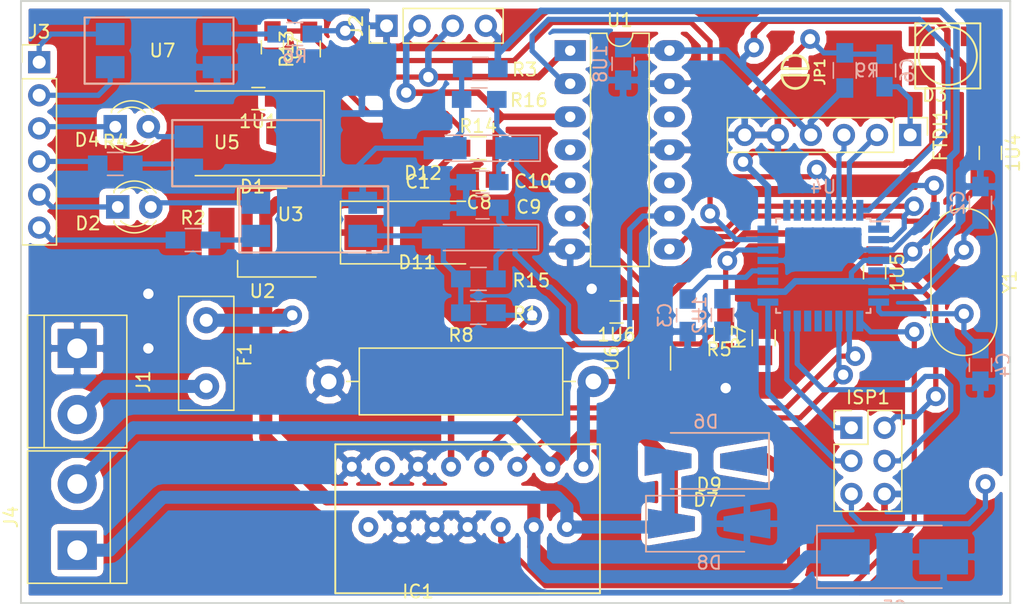
<source format=kicad_pcb>
(kicad_pcb (version 20170919) (host pcbnew "(2017-09-19 revision dddaa7e69)-makepkg")
  (title_block (title "Disper controller card") (date 2017-11-12) (rev A) (company Harpo))
  (layers (0 F.Cu signal) (31 B.Cu signal hide) (34 B.Paste user hide) (35 F.Paste user) (36 B.SilkS user hide) (37 F.SilkS user) (38 B.Mask user hide) (39 F.Mask user) (44 Edge.Cuts user))
  (net 0 "")
  (net 1 GND)
  (net 2 +24V)
  (net 3 VCC)
  (net 4 "Net-(C2-Pad2)")
  (net 5 "Net-(C3-Pad1)")
  (net 6 "Net-(C4-Pad2)")
  (net 7 reset_in)
  (net 8 RST)
  (net 9 "Net-(C7-Pad1)")
  (net 10 "Net-(C8-Pad1)")
  (net 11 "Net-(C9-Pad1)")
  (net 12 "Net-(C10-Pad1)")
  (net 13 "Net-(D2-Pad2)")
  (net 14 "Net-(D2-Pad1)")
  (net 15 "Net-(D4-Pad1)")
  (net 16 "Net-(D4-Pad2)")
  (net 17 "Net-(D6-Pad2)")
  (net 18 "Net-(D7-Pad2)")
  (net 19 "Net-(D11-Pad2)")
  (net 20 "Net-(D12-Pad2)")
  (net 21 "Net-(F1-Pad2)")
  (net 22 RXI)
  (net 23 TX0)
  (net 24 MOSI)
  (net 25 SCK)
  (net 26 MISO)
  (net 27 "Net-(J3-Pad6)")
  (net 28 "Net-(J3-Pad4)")
  (net 29 "Net-(J3-Pad2)")
  (net 30 "Net-(J3-Pad1)")
  (net 31 scl)
  (net 32 sda)
  (net 33 "Net-(R2-Pad1)")
  (net 34 "Net-(R4-Pad1)")
  (net 35 "Net-(R5-Pad2)")
  (net 36 "Net-(R5-Pad1)")
  (net 37 OUT)
  (net 38 "Net-(R6-Pad1)")
  (net 39 current)
  (net 40 Step)
  (net 41 "Net-(U1-Pad12)")
  (net 42 "Net-(U1-Pad4)")
  (net 43 "Net-(U1-Pad10)")
  (net 44 encA)
  (net 45 CMD)
  (net 46 "Net-(U2-Pad4)")
  (net 47 "Net-(U4-Pad26)")
  (net 48 "Net-(U4-Pad25)")
  (net 49 "Net-(U4-Pad19)")
  (net 50 in2)
  (net 51 in1)
  (net 52 en)
  (net 53 "Net-(IC1-Pad13)")
  (net 54 "Net-(IC1-Pad14)")
  (net 55 "Net-(D3-Pad4)")
  (net 56 LED)
  (net 57 "Net-(U4-Pad14)")
  (net 58 "Net-(U4-Pad12)")
  (net 59 "Net-(U4-Pad13)")
  (net 60 "Net-(D3-Pad1)")
  (net 61 "Net-(D3-Pad2)")
  (net 62 "Net-(D3-Pad3)")
  (module Fuse_Holders_and_Fuses:Fuse_TE5_Littlefuse-395Series (layer F.Cu) (at 155.194 121.031 270)
    (fp_text reference F1 (at 2.65 -2.95 270) (layer F.SilkS))
    (fp_text value 500mA)
    (pad 2 thru_hole circle (at 5.08 0.01 270) (size 2 2) (drill 1) (layers *.Cu *.Mask) (net 21 "Net-(F1-Pad2)"))
    (pad 1 thru_hole circle (at 0 0 270) (size 2 2) (drill 1) (layers *.Cu *.Mask) (net 2 +24V))
  )
  (module Capacitors_Tantalum_SMD:CP_Tantalum_Case-D_EIA-7343-31_Hand (layer B.Cu) (at 208.026 139.192)
    (fp_text reference C5 (at 0 3.9) (layer B.SilkS) (effects (justify mirror)))
    (fp_text value 22uf)
    (pad 2 smd rect (at 3.775 0) (size 3.75 2.7) (layers B.Cu B.Paste B.Mask) (net 1 GND))
    (pad 1 smd rect (at -3.775 0) (size 3.75 2.7) (layers B.Cu B.Paste B.Mask) (net 2 +24V))
  )
  (module Housings_DIP:DIP-14_W7.62mm_LongPads (layer F.Cu) (at 183.134 100.33)
    (fp_text reference U1 (at 3.81 -2.33) (layer F.SilkS))
    (fp_text value 74HC14)
    (pad 14 thru_hole oval (at 7.62 0) (size 2.4 1.6) (drill 0.8) (layers *.Cu *.Mask) (net 3 VCC))
    (pad 7 thru_hole oval (at 0 15.24) (size 2.4 1.6) (drill 0.8) (layers *.Cu *.Mask) (net 1 GND))
    (pad 13 thru_hole oval (at 7.62 2.54) (size 2.4 1.6) (drill 0.8) (layers *.Cu *.Mask) (net 1 GND))
    (pad 6 thru_hole oval (at 0 12.7) (size 2.4 1.6) (drill 0.8) (layers *.Cu *.Mask) (net 40 Step))
    (pad 12 thru_hole oval (at 7.62 5.08) (size 2.4 1.6) (drill 0.8) (layers *.Cu *.Mask) (net 41 "Net-(U1-Pad12)"))
    (pad 5 thru_hole oval (at 0 10.16) (size 2.4 1.6) (drill 0.8) (layers *.Cu *.Mask) (net 12 "Net-(C10-Pad1)"))
    (pad 11 thru_hole oval (at 7.62 7.62) (size 2.4 1.6) (drill 0.8) (layers *.Cu *.Mask) (net 1 GND))
    (pad 4 thru_hole oval (at 0 7.62) (size 2.4 1.6) (drill 0.8) (layers *.Cu *.Mask) (net 42 "Net-(U1-Pad4)"))
    (pad 10 thru_hole oval (at 7.62 10.16) (size 2.4 1.6) (drill 0.8) (layers *.Cu *.Mask) (net 43 "Net-(U1-Pad10)"))
    (pad 3 thru_hole oval (at 0 5.08) (size 2.4 1.6) (drill 0.8) (layers *.Cu *.Mask) (net 10 "Net-(C8-Pad1)"))
    (pad 9 thru_hole oval (at 7.62 12.7) (size 2.4 1.6) (drill 0.8) (layers *.Cu *.Mask) (net 11 "Net-(C9-Pad1)"))
    (pad 2 thru_hole oval (at 0 2.54) (size 2.4 1.6) (drill 0.8) (layers *.Cu *.Mask) (net 44 encA))
    (pad 8 thru_hole oval (at 7.62 15.24) (size 2.4 1.6) (drill 0.8) (layers *.Cu *.Mask) (net 45 CMD))
    (pad 1 thru_hole rect (at 0 0) (size 2.4 1.6) (drill 0.8) (layers *.Cu *.Mask) (net 9 "Net-(C7-Pad1)"))
  )
  (module Crystals:Crystal_HC18-U_Vertical (layer F.Cu) (at 213.36 115.6335 270)
    (fp_text reference Y1 (at 2.45 -3.525 270) (layer F.SilkS))
    (fp_text value 8MHZ)
    (pad 2 thru_hole circle (at 4.9 0 270) (size 1.5 1.5) (drill 0.8) (layers *.Cu *.Mask) (net 6 "Net-(C4-Pad2)"))
    (pad 1 thru_hole circle (at 0 0 270) (size 1.5 1.5) (drill 0.8) (layers *.Cu *.Mask) (net 4 "Net-(C2-Pad2)"))
  )
  (module Libs:WS2812B (layer F.Cu) (at 212.122 100.735 180)
    (fp_text reference D3 (at 1 -3 180) (layer F.SilkS))
    (fp_text value WS2812B)
    (pad 1 smd trapezoid (at 2 1.5 180) (size 2 1.5) (layers F.Cu F.Paste F.Mask) (net 60 "Net-(D3-Pad1)"))
    (pad 2 smd trapezoid (at 2 -1.5 180) (size 2 1.5) (layers F.Cu F.Paste F.Mask) (net 61 "Net-(D3-Pad2)"))
    (pad 3 smd trapezoid (at -2 -1.5 180) (size 2 1.5) (layers F.Cu F.Paste F.Mask) (net 62 "Net-(D3-Pad3)"))
    (pad 4 smd trapezoid (at -2 1.5 180) (size 2 1.5) (layers F.Cu F.Paste F.Mask) (net 55 "Net-(D3-Pad4)"))
  )
  (module Capacitors_SMD:C_0805_HandSoldering (layer B.Cu) (at 187.198 101.346 270)
    (fp_text reference 1U8 (at 0 1.75 270) (layer B.SilkS) (effects (justify mirror)))
    (fp_text value 0,1U)
    (pad 2 smd rect (at 1.25 0 270) (size 1.5 1.25) (layers B.Cu B.Paste B.Mask) (net 1 GND))
    (pad 1 smd rect (at -1.25 0 270) (size 1.5 1.25) (layers B.Cu B.Paste B.Mask) (net 3 VCC))
  )
  (module jumper:SOLDER-JUMPER_1-WAY (layer F.Cu) (at 200.406 101.966 90)
    (fp_text reference JP1 (at 0 1.905 90) (layer F.SilkS) (effects (font (size 0.762 0.762) (thickness 0.1524))))
    (fp_text value Jumper hide)
    (pad 1 smd rect (at -0.65 0 90) (size 1 1) (layers F.Cu F.Paste F.Mask) (net 1 GND))
    (pad 2 smd rect (at 0.65 0 90) (size 1 1) (layers F.Cu F.Paste F.Mask) (net 7 reset_in))
  )
  (module Libs:817opto (layer B.Cu) (at 153.852 109.474)
    (fp_text reference U5 (at 2.921 -2.0955) (layer F.SilkS))
    (fp_text value PC817)
    (pad 1 smd rect (at 0 0) (size 2.2 1.7) (layers B.Cu B.Paste B.Mask) (net 34 "Net-(R4-Pad1)"))
    (pad 2 smd rect (at 0 -2.54) (size 2.2 1.7) (layers B.Cu B.Paste B.Mask) (net 16 "Net-(D4-Pad2)"))
    (pad 3 smd rect (at 8.2 -2.54) (size 2.2 1.7) (layers B.Cu B.Paste B.Mask) (net 1 GND))
    (pad 4 smd rect (at 8.2 0) (size 2.2 1.7) (layers B.Cu B.Paste B.Mask) (net 20 "Net-(D12-Pad2)"))
  )
  (module Libs:817opto (layer B.Cu) (at 159.004 114.554)
    (fp_text reference U3 (at 2.667 -1.651) (layer F.SilkS))
    (fp_text value PC817)
    (pad 4 smd rect (at 8.2 0) (size 2.2 1.7) (layers B.Cu B.Paste B.Mask) (net 19 "Net-(D11-Pad2)"))
    (pad 3 smd rect (at 8.2 -2.54) (size 2.2 1.7) (layers B.Cu B.Paste B.Mask) (net 1 GND))
    (pad 2 smd rect (at 0 -2.54) (size 2.2 1.7) (layers B.Cu B.Paste B.Mask) (net 13 "Net-(D2-Pad2)"))
    (pad 1 smd rect (at 0 0) (size 2.2 1.7) (layers B.Cu B.Paste B.Mask) (net 33 "Net-(R2-Pad1)"))
  )
  (module Libs:817opto (layer B.Cu) (at 156.0195 99.06 180)
    (fp_text reference U7 (at 4.191 -1.27 180) (layer F.SilkS))
    (fp_text value PC817)
    (pad 1 smd rect (at 0 0 180) (size 2.2 1.7) (layers B.Cu B.Paste B.Mask) (net 38 "Net-(R6-Pad1)"))
    (pad 2 smd rect (at 0 -2.54 180) (size 2.2 1.7) (layers B.Cu B.Paste B.Mask) (net 1 GND))
    (pad 3 smd rect (at 8.2 -2.54 180) (size 2.2 1.7) (layers B.Cu B.Paste B.Mask) (net 29 "Net-(J3-Pad2)"))
    (pad 4 smd rect (at 8.2 0 180) (size 2.2 1.7) (layers B.Cu B.Paste B.Mask) (net 30 "Net-(J3-Pad1)"))
  )
  (module Resistors_SMD:R_0805_HandSoldering (layer B.Cu) (at 204.216 101.854 90)
    (fp_text reference R9 (at 0 1.7 180) (layer B.SilkS) (effects (justify mirror)))
    (fp_text value 10K)
    (pad 2 smd rect (at 1.35 0 90) (size 1.5 1.3) (layers B.Cu B.Paste B.Mask) (net 7 reset_in))
    (pad 1 smd rect (at -1.35 0 90) (size 1.5 1.3) (layers B.Cu B.Paste B.Mask) (net 3 VCC))
  )
  (module Capacitors_SMD:C_0805_HandSoldering (layer F.Cu) (at 159.1945 104.013 180)
    (fp_text reference 1U1 (at 0 -1.75 180) (layer F.SilkS))
    (fp_text value 1U)
    (pad 1 smd rect (at -1.25 0 180) (size 1.5 1.25) (layers F.Cu F.Paste F.Mask) (net 2 +24V))
    (pad 2 smd rect (at 1.25 0 180) (size 1.5 1.25) (layers F.Cu F.Paste F.Mask) (net 1 GND))
  )
  (module Capacitors_SMD:C_0805_HandSoldering (layer B.Cu) (at 194.818 120.63 270)
    (fp_text reference 1U2 (at 0 1.75 270) (layer B.SilkS) (effects (justify mirror)))
    (fp_text value 0,1U)
    (pad 2 smd rect (at 1.25 0 270) (size 1.5 1.25) (layers B.Cu B.Paste B.Mask) (net 1 GND))
    (pad 1 smd rect (at -1.25 0 270) (size 1.5 1.25) (layers B.Cu B.Paste B.Mask) (net 3 VCC))
  )
  (module Capacitors_SMD:C_0805_HandSoldering (layer F.Cu) (at 215.392 108.184 270)
    (fp_text reference 1U4 (at 0 -1.75 270) (layer F.SilkS))
    (fp_text value 0,1U)
    (pad 1 smd rect (at -1.25 0 270) (size 1.5 1.25) (layers F.Cu F.Paste F.Mask) (net 3 VCC))
    (pad 2 smd rect (at 1.25 0 270) (size 1.5 1.25) (layers F.Cu F.Paste F.Mask) (net 1 GND))
  )
  (module Capacitors_SMD:C_0805_HandSoldering (layer F.Cu) (at 206.502 117.348 270)
    (fp_text reference 1U5 (at 0 -1.75 270) (layer F.SilkS))
    (fp_text value 0,1U)
    (pad 2 smd rect (at 1.25 0 270) (size 1.5 1.25) (layers F.Cu F.Paste F.Mask) (net 1 GND))
    (pad 1 smd rect (at -1.25 0 270) (size 1.5 1.25) (layers F.Cu F.Paste F.Mask) (net 3 VCC))
  )
  (module Capacitors_SMD:C_0805_HandSoldering (layer F.Cu) (at 186.69 120.396 180)
    (fp_text reference 1U6 (at 0 -1.75 180) (layer F.SilkS))
    (fp_text value 0,1U)
    (pad 2 smd rect (at 1.25 0 180) (size 1.5 1.25) (layers F.Cu F.Paste F.Mask) (net 1 GND))
    (pad 1 smd rect (at -1.25 0 180) (size 1.5 1.25) (layers F.Cu F.Paste F.Mask) (net 3 VCC))
  )
  (module Capacitors_Tantalum_SMD:CP_Tantalum_Case-D_EIA-7343-31_Hand (layer F.Cu) (at 171.45 114.3)
    (fp_text reference C1 (at 0 -3.9) (layer F.SilkS))
    (fp_text value 22uf)
    (pad 1 smd rect (at -3.775 0) (size 3.75 2.7) (layers F.Cu F.Paste F.Mask) (net 3 VCC))
    (pad 2 smd rect (at 3.775 0) (size 3.75 2.7) (layers F.Cu F.Paste F.Mask) (net 1 GND))
  )
  (module Capacitors_SMD:C_0805_HandSoldering (layer B.Cu) (at 214.63 112.014 270)
    (fp_text reference C2 (at 0 1.75 270) (layer B.SilkS) (effects (justify mirror)))
    (fp_text value 22pf)
    (pad 1 smd rect (at -1.25 0 270) (size 1.5 1.25) (layers B.Cu B.Paste B.Mask) (net 1 GND))
    (pad 2 smd rect (at 1.25 0 270) (size 1.5 1.25) (layers B.Cu B.Paste B.Mask) (net 4 "Net-(C2-Pad2)"))
  )
  (module Capacitors_SMD:C_0805_HandSoldering (layer B.Cu) (at 192.151 120.65 270)
    (fp_text reference C3 (at 0 1.75 270) (layer B.SilkS) (effects (justify mirror)))
    (fp_text value 0,1U)
    (pad 2 smd rect (at 1.25 0 270) (size 1.5 1.25) (layers B.Cu B.Paste B.Mask) (net 1 GND))
    (pad 1 smd rect (at -1.25 0 270) (size 1.5 1.25) (layers B.Cu B.Paste B.Mask) (net 5 "Net-(C3-Pad1)"))
  )
  (module Capacitors_SMD:C_0805_HandSoldering (layer B.Cu) (at 214.63 124.46 90)
    (fp_text reference C4 (at 0 1.75 90) (layer B.SilkS) (effects (justify mirror)))
    (fp_text value 22pf)
    (pad 2 smd rect (at 1.25 0 90) (size 1.5 1.25) (layers B.Cu B.Paste B.Mask) (net 6 "Net-(C4-Pad2)"))
    (pad 1 smd rect (at -1.25 0 90) (size 1.5 1.25) (layers B.Cu B.Paste B.Mask) (net 1 GND))
  )
  (module Capacitors_SMD:C_0805_HandSoldering (layer B.Cu) (at 207.264 101.854 90)
    (fp_text reference C6 (at 0 1.75 90) (layer B.SilkS) (effects (justify mirror)))
    (fp_text value 0,1u)
    (pad 1 smd rect (at -1.25 0 90) (size 1.5 1.25) (layers B.Cu B.Paste B.Mask) (net 8 RST))
    (pad 2 smd rect (at 1.25 0 90) (size 1.5 1.25) (layers B.Cu B.Paste B.Mask) (net 7 reset_in))
  )
  (module Capacitors_SMD:C_0805_HandSoldering (layer F.Cu) (at 160.274 100.076 270)
    (fp_text reference C7 (at 0 -1.75 270) (layer F.SilkS))
    (fp_text value 47nF)
    (pad 1 smd rect (at -1.25 0 270) (size 1.5 1.25) (layers F.Cu F.Paste F.Mask) (net 9 "Net-(C7-Pad1)"))
    (pad 2 smd rect (at 1.25 0 270) (size 1.5 1.25) (layers F.Cu F.Paste F.Mask) (net 1 GND))
  )
  (module Capacitors_SMD:C_0805_HandSoldering (layer F.Cu) (at 176.149 110.236 180)
    (fp_text reference C8 (at 0 -1.75 180) (layer F.SilkS))
    (fp_text value 47nF)
    (pad 1 smd rect (at -1.25 0 180) (size 1.5 1.25) (layers F.Cu F.Paste F.Mask) (net 10 "Net-(C8-Pad1)"))
    (pad 2 smd rect (at 1.25 0 180) (size 1.5 1.25) (layers F.Cu F.Paste F.Mask) (net 1 GND))
  )
  (module Capacitors_SMD:C_0805_HandSoldering (layer B.Cu) (at 176.403 112.395 180)
    (fp_text reference C9 (at -3.556 0.0635 180) (layer F.SilkS))
    (fp_text value 0.1uF)
    (pad 2 smd rect (at 1.25 0 180) (size 1.5 1.25) (layers B.Cu B.Paste B.Mask) (net 1 GND))
    (pad 1 smd rect (at -1.25 0 180) (size 1.5 1.25) (layers B.Cu B.Paste B.Mask) (net 11 "Net-(C9-Pad1)"))
  )
  (module Capacitors_SMD:C_0805_HandSoldering (layer B.Cu) (at 176.403 110.4265 180)
    (fp_text reference C10 (at -3.8735 0.0635 180) (layer F.SilkS))
    (fp_text value 0.1uF)
    (pad 1 smd rect (at -1.25 0 180) (size 1.5 1.25) (layers B.Cu B.Paste B.Mask) (net 12 "Net-(C10-Pad1)"))
    (pad 2 smd rect (at 1.25 0 180) (size 1.5 1.25) (layers B.Cu B.Paste B.Mask) (net 1 GND))
  )
  (module Diodes_SMD:D_SMB-SMC_Universal_Handsoldering (layer F.Cu) (at 158.75 106.68 180)
    (fp_text reference D1 (at 0 -4.1 180) (layer F.SilkS))
    (fp_text value D)
    (pad 2 smd trapezoid (at 3.2 0) (size 4.3 2.6) (rect_delta 1 0) (layers F.Cu F.Paste F.Mask) (net 1 GND))
    (pad 1 smd trapezoid (at -3.2 0 180) (size 4.3 2.6) (rect_delta 1 0) (layers F.Cu F.Paste F.Mask) (net 2 +24V))
  )
  (module LEDs:LED_D3.0mm (layer F.Cu) (at 148.3995 112.3315)
    (fp_text reference D2 (at -2.286 1.27) (layer F.SilkS))
    (fp_text value LED)
    (pad 1 thru_hole rect (at 0 0) (size 1.8 1.8) (drill 0.9) (layers *.Cu *.Mask) (net 14 "Net-(D2-Pad1)"))
    (pad 2 thru_hole circle (at 2.54 0) (size 1.8 1.8) (drill 0.9) (layers *.Cu *.Mask) (net 13 "Net-(D2-Pad2)"))
  )
  (module LEDs:LED_D3.0mm (layer F.Cu) (at 148.209 106.172)
    (fp_text reference D4 (at -2.159 1.016) (layer F.SilkS))
    (fp_text value LED)
    (pad 2 thru_hole circle (at 2.54 0) (size 1.8 1.8) (drill 0.9) (layers *.Cu *.Mask) (net 16 "Net-(D4-Pad2)"))
    (pad 1 thru_hole rect (at 0 0) (size 1.8 1.8) (drill 0.9) (layers *.Cu *.Mask) (net 15 "Net-(D4-Pad1)"))
  )
  (module Diodes_SMD:D_SMA-SMB_Universal_Handsoldering (layer B.Cu) (at 193.548 131.826 180)
    (fp_text reference D6 (at 0 3 180) (layer B.SilkS) (effects (justify mirror)))
    (fp_text value D)
    (pad 2 smd trapezoid (at 2.9 0) (size 3.6 1.7) (rect_delta 0.6 0) (layers B.Cu B.Paste B.Mask) (net 17 "Net-(D6-Pad2)"))
    (pad 1 smd trapezoid (at -2.9 0 180) (size 3.6 1.7) (rect_delta 0.6 0) (layers B.Cu B.Paste B.Mask) (net 2 +24V))
  )
  (module Diodes_SMD:D_SMA-SMB_Universal_Handsoldering (layer F.Cu) (at 193.548 131.826 180)
    (fp_text reference D7 (at 0 -3 180) (layer F.SilkS))
    (fp_text value D)
    (pad 2 smd trapezoid (at 2.9 0) (size 3.6 1.7) (rect_delta 0.6 0) (layers F.Cu F.Paste F.Mask) (net 18 "Net-(D7-Pad2)"))
    (pad 1 smd trapezoid (at -2.9 0 180) (size 3.6 1.7) (rect_delta 0.6 0) (layers F.Cu F.Paste F.Mask) (net 2 +24V))
  )
  (module Diodes_SMD:D_SMA-SMB_Universal_Handsoldering (layer B.Cu) (at 193.802 136.652)
    (fp_text reference D8 (at 0 3) (layer B.SilkS) (effects (justify mirror)))
    (fp_text value D)
    (pad 1 smd trapezoid (at -2.9 0) (size 3.6 1.7) (rect_delta 0.6 0) (layers B.Cu B.Paste B.Mask) (net 17 "Net-(D6-Pad2)"))
    (pad 2 smd trapezoid (at 2.9 0 180) (size 3.6 1.7) (rect_delta 0.6 0) (layers B.Cu B.Paste B.Mask) (net 1 GND))
  )
  (module Diodes_SMD:D_SMA-SMB_Universal_Handsoldering (layer F.Cu) (at 193.802 136.652)
    (fp_text reference D9 (at 0 -3) (layer F.SilkS))
    (fp_text value D)
    (pad 1 smd trapezoid (at -2.9 0) (size 3.6 1.7) (rect_delta 0.6 0) (layers F.Cu F.Paste F.Mask) (net 18 "Net-(D7-Pad2)"))
    (pad 2 smd trapezoid (at 2.9 0 180) (size 3.6 1.7) (rect_delta 0.6 0) (layers F.Cu F.Paste F.Mask) (net 1 GND))
  )
  (module Diodes_SMD:D_MiniMELF_Handsoldering (layer B.Cu) (at 176.149 114.681 180)
    (fp_text reference D11 (at 4.7625 -1.905) (layer F.SilkS))
    (fp_text value 1m4148)
    (pad 2 smd rect (at 2.75 0 180) (size 3.3 1.7) (layers B.Cu B.Paste B.Mask) (net 19 "Net-(D11-Pad2)"))
    (pad 1 smd rect (at -2.75 0 180) (size 3.3 1.7) (layers B.Cu B.Paste B.Mask) (net 11 "Net-(C9-Pad1)"))
  )
  (module Diodes_SMD:D_MiniMELF_Handsoldering (layer B.Cu) (at 176.276 107.823 180)
    (fp_text reference D12 (at 4.445 -1.905 180) (layer F.SilkS))
    (fp_text value 1n4148)
    (pad 1 smd rect (at -2.75 0 180) (size 3.3 1.7) (layers B.Cu B.Paste B.Mask) (net 12 "Net-(C10-Pad1)"))
    (pad 2 smd rect (at 2.75 0 180) (size 3.3 1.7) (layers B.Cu B.Paste B.Mask) (net 20 "Net-(D12-Pad2)"))
  )
  (module Pin_Headers:Pin_Header_Straight_1x06_Pitch2.54mm (layer F.Cu) (at 209.2325 106.807 270)
    (fp_text reference FTDI1 (at 0 -2.33 270) (layer F.SilkS))
    (fp_text value FTDI)
    (pad 6 thru_hole oval (at 0 12.7 270) (size 1.7 1.7) (drill 1) (layers *.Cu *.Mask) (net 1 GND))
    (pad 5 thru_hole oval (at 0 10.16 270) (size 1.7 1.7) (drill 1) (layers *.Cu *.Mask) (net 1 GND))
    (pad 4 thru_hole oval (at 0 7.62 270) (size 1.7 1.7) (drill 1) (layers *.Cu *.Mask) (net 3 VCC))
    (pad 3 thru_hole oval (at 0 5.08 270) (size 1.7 1.7) (drill 1) (layers *.Cu *.Mask) (net 22 RXI))
    (pad 2 thru_hole oval (at 0 2.54 270) (size 1.7 1.7) (drill 1) (layers *.Cu *.Mask) (net 23 TX0))
    (pad 1 thru_hole rect (at 0 0 270) (size 1.7 1.7) (drill 1) (layers *.Cu *.Mask) (net 8 RST))
  )
  (module Libs:Multiwatt15_V (layer F.Cu) (at 172.72 136.906 180)
    (fp_text reference IC1 (at 1.27 -4.953 180) (layer F.SilkS))
    (fp_text value L298N)
    (pad 1 thru_hole circle (at -11.43 4.63 180) (size 1.524 1.524) (drill 0.762) (layers *.Cu *.Mask) (net 39 current))
    (pad 2 thru_hole circle (at -10.16 0 180) (size 1.524 1.524) (drill 0.762) (layers *.Cu *.Mask) (net 17 "Net-(D6-Pad2)"))
    (pad 3 thru_hole circle (at -8.89 4.63 180) (size 1.524 1.524) (drill 0.762) (layers *.Cu *.Mask) (net 18 "Net-(D7-Pad2)"))
    (pad 4 thru_hole circle (at -7.62 0 180) (size 1.524 1.524) (drill 0.762) (layers *.Cu *.Mask) (net 2 +24V))
    (pad 5 thru_hole circle (at -6.35 4.63 180) (size 1.524 1.524) (drill 0.762) (layers *.Cu *.Mask) (net 51 in1))
    (pad 6 thru_hole circle (at -5.08 0 180) (size 1.524 1.524) (drill 0.762) (layers *.Cu *.Mask) (net 52 en))
    (pad 7 thru_hole circle (at -3.81 4.63 180) (size 1.524 1.524) (drill 0.762) (layers *.Cu *.Mask) (net 50 in2))
    (pad 8 thru_hole circle (at -2.54 0 180) (size 1.524 1.524) (drill 0.762) (layers *.Cu *.Mask) (net 1 GND))
    (pad 9 thru_hole circle (at -1.27 4.63 180) (size 1.524 1.524) (drill 0.762) (layers *.Cu *.Mask) (net 3 VCC))
    (pad 10 thru_hole circle (at 0 0 180) (size 1.524 1.524) (drill 0.762) (layers *.Cu *.Mask) (net 1 GND))
    (pad 11 thru_hole circle (at 1.27 4.63 180) (size 1.524 1.524) (drill 0.762) (layers *.Cu *.Mask) (net 1 GND))
    (pad 12 thru_hole circle (at 2.54 0 180) (size 1.524 1.524) (drill 0.762) (layers *.Cu *.Mask) (net 1 GND))
    (pad 13 thru_hole circle (at 3.81 4.63 180) (size 1.524 1.524) (drill 0.762) (layers *.Cu *.Mask) (net 53 "Net-(IC1-Pad13)"))
    (pad 14 thru_hole circle (at 5.08 0 180) (size 1.524 1.524) (drill 0.762) (layers *.Cu *.Mask) (net 54 "Net-(IC1-Pad14)"))
    (pad 15 thru_hole circle (at 6.35 4.63 180) (size 1.524 1.524) (drill 0.762) (layers *.Cu *.Mask) (net 1 GND))
  )
  (module Pin_Headers:Pin_Header_Straight_2x03_Pitch2.54mm (layer F.Cu) (at 204.724 129.286)
    (fp_text reference ISP1 (at 1.27 -2.33) (layer F.SilkS))
    (fp_text value ISP-header)
    (pad 6 thru_hole oval (at 2.54 5.08) (size 1.7 1.7) (drill 1) (layers *.Cu *.Mask) (net 1 GND))
    (pad 5 thru_hole oval (at 0 5.08) (size 1.7 1.7) (drill 1) (layers *.Cu *.Mask) (net 7 reset_in))
    (pad 4 thru_hole oval (at 2.54 2.54) (size 1.7 1.7) (drill 1) (layers *.Cu *.Mask) (net 24 MOSI))
    (pad 3 thru_hole oval (at 0 2.54) (size 1.7 1.7) (drill 1) (layers *.Cu *.Mask) (net 25 SCK))
    (pad 2 thru_hole oval (at 2.54 0) (size 1.7 1.7) (drill 1) (layers *.Cu *.Mask) (net 3 VCC))
    (pad 1 thru_hole rect (at 0 0) (size 1.7 1.7) (drill 1) (layers *.Cu *.Mask) (net 26 MISO))
  )
  (module Connectors_Terminal_Blocks:TerminalBlock_bornier-2_P5.08mm (layer F.Cu) (at 145.288 123.19 270)
    (fp_text reference J1 (at 2.54 -5.08 270) (layer F.SilkS))
    (fp_text value Vin)
    (pad 1 thru_hole rect (at 0 0 270) (size 3 3) (drill 1.52) (layers *.Cu *.Mask) (net 1 GND))
    (pad 2 thru_hole circle (at 5.08 0 270) (size 3 3) (drill 1.52) (layers *.Cu *.Mask) (net 21 "Net-(F1-Pad2)"))
  )
  (module Socket_Strips:Socket_Strip_Straight_1x04_Pitch2.54mm (layer F.Cu) (at 169.037 98.425 90)
    (fp_text reference J2 (at 0 -2.33 90) (layer F.SilkS))
    (fp_text value encoder_in)
    (pad 4 thru_hole oval (at 0 7.62 90) (size 1.7 1.7) (drill 1) (layers *.Cu *.Mask) (net 3 VCC))
    (pad 3 thru_hole oval (at 0 5.08 90) (size 1.7 1.7) (drill 1) (layers *.Cu *.Mask) (net 9 "Net-(C7-Pad1)"))
    (pad 2 thru_hole oval (at 0 2.54 90) (size 1.7 1.7) (drill 1) (layers *.Cu *.Mask) (net 10 "Net-(C8-Pad1)"))
    (pad 1 thru_hole rect (at 0 0 90) (size 1.7 1.7) (drill 1) (layers *.Cu *.Mask) (net 1 GND))
  )
  (module Socket_Strips:Socket_Strip_Straight_1x06_Pitch2.54mm (layer F.Cu) (at 142.367 101.219)
    (fp_text reference J3 (at 0 -2.33) (layer F.SilkS))
    (fp_text value YuMi_interface)
    (pad 6 thru_hole oval (at 0 12.7) (size 1.7 1.7) (drill 1) (layers *.Cu *.Mask) (net 27 "Net-(J3-Pad6)"))
    (pad 5 thru_hole oval (at 0 10.16) (size 1.7 1.7) (drill 1) (layers *.Cu *.Mask) (net 14 "Net-(D2-Pad1)"))
    (pad 4 thru_hole oval (at 0 7.62) (size 1.7 1.7) (drill 1) (layers *.Cu *.Mask) (net 28 "Net-(J3-Pad4)"))
    (pad 3 thru_hole oval (at 0 5.08) (size 1.7 1.7) (drill 1) (layers *.Cu *.Mask) (net 15 "Net-(D4-Pad1)"))
    (pad 2 thru_hole oval (at 0 2.54) (size 1.7 1.7) (drill 1) (layers *.Cu *.Mask) (net 29 "Net-(J3-Pad2)"))
    (pad 1 thru_hole rect (at 0 0) (size 1.7 1.7) (drill 1) (layers *.Cu *.Mask) (net 30 "Net-(J3-Pad1)"))
  )
  (module Connectors_Terminal_Blocks:TerminalBlock_bornier-2_P5.08mm (layer F.Cu) (at 145.288 138.684 90)
    (fp_text reference J4 (at 2.54 -5.08 90) (layer F.SilkS))
    (fp_text value Motor)
    (pad 2 thru_hole circle (at 5.08 0 90) (size 3 3) (drill 1.52) (layers *.Cu *.Mask) (net 18 "Net-(D7-Pad2)"))
    (pad 1 thru_hole rect (at 0 0 90) (size 3 3) (drill 1.52) (layers *.Cu *.Mask) (net 17 "Net-(D6-Pad2)"))
  )
  (module Resistors_SMD:R_0805_HandSoldering (layer B.Cu) (at 176.0855 120.4595)
    (fp_text reference R1 (at 3.6195 0.0635) (layer F.SilkS))
    (fp_text value 10K)
    (pad 1 smd rect (at -1.35 0) (size 1.5 1.3) (layers B.Cu B.Paste B.Mask) (net 19 "Net-(D11-Pad2)"))
    (pad 2 smd rect (at 1.35 0) (size 1.5 1.3) (layers B.Cu B.Paste B.Mask) (net 3 VCC))
  )
  (module Resistors_SMD:R_0805_HandSoldering (layer B.Cu) (at 154.178 114.8715 180)
    (fp_text reference R2 (at 0 1.7 180) (layer F.SilkS))
    (fp_text value 1K)
    (pad 1 smd rect (at -1.35 0 180) (size 1.5 1.3) (layers B.Cu B.Paste B.Mask) (net 33 "Net-(R2-Pad1)"))
    (pad 2 smd rect (at 1.35 0 180) (size 1.5 1.3) (layers B.Cu B.Paste B.Mask) (net 27 "Net-(J3-Pad6)"))
  )
  (module Resistors_SMD:R_0805_HandSoldering (layer B.Cu) (at 176.229 101.727)
    (fp_text reference R3 (at 3.4125 0.0635) (layer F.SilkS))
    (fp_text value 10K)
    (pad 1 smd rect (at -1.35 0) (size 1.5 1.3) (layers B.Cu B.Paste B.Mask) (net 20 "Net-(D12-Pad2)"))
    (pad 2 smd rect (at 1.35 0) (size 1.5 1.3) (layers B.Cu B.Paste B.Mask) (net 3 VCC))
  )
  (module Resistors_SMD:R_0805_HandSoldering (layer B.Cu) (at 148.209 109.0295 180)
    (fp_text reference R4 (at 0 1.7 180) (layer F.SilkS))
    (fp_text value 1K)
    (pad 2 smd rect (at 1.35 0 180) (size 1.5 1.3) (layers B.Cu B.Paste B.Mask) (net 28 "Net-(J3-Pad4)"))
    (pad 1 smd rect (at -1.35 0 180) (size 1.5 1.3) (layers B.Cu B.Paste B.Mask) (net 34 "Net-(R4-Pad1)"))
  )
  (module Resistors_SMD:R_0805_HandSoldering (layer F.Cu) (at 195.072 122.174 270)
    (fp_text reference R5 (at 1.096 0.508) (layer F.SilkS))
    (fp_text value 330K)
    (pad 1 smd rect (at -1.35 0 270) (size 1.5 1.3) (layers F.Cu F.Paste F.Mask) (net 36 "Net-(R5-Pad1)"))
    (pad 2 smd rect (at 1.35 0 270) (size 1.5 1.3) (layers F.Cu F.Paste F.Mask) (net 35 "Net-(R5-Pad2)"))
  )
  (module Resistors_SMD:R_0805_HandSoldering (layer B.Cu) (at 161.9885 99.06)
    (fp_text reference R6 (at 0 1.7) (layer B.SilkS) (effects (justify mirror)))
    (fp_text value R)
    (pad 2 smd rect (at 1.35 0) (size 1.5 1.3) (layers B.Cu B.Paste B.Mask) (net 37 OUT))
    (pad 1 smd rect (at -1.35 0) (size 1.5 1.3) (layers B.Cu B.Paste B.Mask) (net 38 "Net-(R6-Pad1)"))
  )
  (module Resistors_SMD:R_0805_HandSoldering (layer F.Cu) (at 197.993 122.381 90)
    (fp_text reference R7 (at 0.0635 -1.905 90) (layer F.SilkS))
    (fp_text value 6k8)
    (pad 2 smd rect (at 1.35 0 90) (size 1.5 1.3) (layers F.Cu F.Paste F.Mask) (net 1 GND))
    (pad 1 smd rect (at -1.35 0 90) (size 1.5 1.3) (layers F.Cu F.Paste F.Mask) (net 35 "Net-(R5-Pad2)"))
  )
  (module Resistors_THT:R_Axial_DIN0516_L15.5mm_D5.0mm_P20.32mm_Horizontal (layer F.Cu) (at 164.592 125.73)
    (fp_text reference R8 (at 10.16 -3.56) (layer F.SilkS))
    (fp_text value 1R)
    (pad 2 thru_hole oval (at 20.32 0) (size 2.4 2.4) (drill 1.2) (layers *.Cu *.Mask) (net 39 current))
    (pad 1 thru_hole circle (at 0 0) (size 2.4 2.4) (drill 1.2) (layers *.Cu *.Mask) (net 1 GND))
  )
  (module Resistors_SMD:R_0805_HandSoldering (layer F.Cu) (at 163.068 100.203 90)
    (fp_text reference R13 (at 0 -1.7 90) (layer F.SilkS))
    (fp_text value 100K)
    (pad 2 smd rect (at 1.35 0 90) (size 1.5 1.3) (layers F.Cu F.Paste F.Mask) (net 9 "Net-(C7-Pad1)"))
    (pad 1 smd rect (at -1.35 0 90) (size 1.5 1.3) (layers F.Cu F.Paste F.Mask) (net 3 VCC))
  )
  (module Resistors_SMD:R_0805_HandSoldering (layer F.Cu) (at 176.069 107.823)
    (fp_text reference R14 (at 0 -1.7) (layer F.SilkS))
    (fp_text value 100K)
    (pad 1 smd rect (at -1.35 0) (size 1.5 1.3) (layers F.Cu F.Paste F.Mask) (net 3 VCC))
    (pad 2 smd rect (at 1.35 0) (size 1.5 1.3) (layers F.Cu F.Paste F.Mask) (net 10 "Net-(C8-Pad1)"))
  )
  (module Resistors_SMD:R_0805_HandSoldering (layer B.Cu) (at 176.0855 117.856)
    (fp_text reference R15 (at 4.064 0.127) (layer F.SilkS))
    (fp_text value 10K)
    (pad 1 smd rect (at -1.35 0) (size 1.5 1.3) (layers B.Cu B.Paste B.Mask) (net 19 "Net-(D11-Pad2)"))
    (pad 2 smd rect (at 1.35 0) (size 1.5 1.3) (layers B.Cu B.Paste B.Mask) (net 11 "Net-(C9-Pad1)"))
  )
  (module Resistors_SMD:R_0805_HandSoldering (layer B.Cu) (at 176.149 104.0765)
    (fp_text reference R16 (at 3.81 0.0635) (layer F.SilkS))
    (fp_text value 10K)
    (pad 2 smd rect (at 1.35 0) (size 1.5 1.3) (layers B.Cu B.Paste B.Mask) (net 12 "Net-(C10-Pad1)"))
    (pad 1 smd rect (at -1.35 0) (size 1.5 1.3) (layers B.Cu B.Paste B.Mask) (net 20 "Net-(D12-Pad2)"))
  )
  (module TO_SOT_Packages_SMD:SOT-223 (layer F.Cu) (at 159.512 114.3 180)
    (fp_text reference U2 (at 0 -4.5 180) (layer F.SilkS))
    (fp_text value AMS117-5.0)
    (pad 1 smd rect (at -3.15 -2.3 180) (size 2 1.5) (layers F.Cu F.Paste F.Mask) (net 1 GND))
    (pad 3 smd rect (at -3.15 2.3 180) (size 2 1.5) (layers F.Cu F.Paste F.Mask) (net 2 +24V))
    (pad 2 smd rect (at -3.15 0 180) (size 2 1.5) (layers F.Cu F.Paste F.Mask) (net 3 VCC))
    (pad 4 smd rect (at 3.15 0 180) (size 2 3.8) (layers F.Cu F.Paste F.Mask) (net 46 "Net-(U2-Pad4)"))
  )
  (module Housings_QFP:TQFP-32_7x7mm_Pitch0.8mm (layer B.Cu) (at 202.565 116.84 180)
    (fp_text reference U4 (at 0 6.05 180) (layer B.SilkS) (effects (justify mirror)))
    (fp_text value ATMEGA328P-AU-Arduino)
    (pad 32 smd rect (at -2.8 4.25 90) (size 1.6 0.55) (layers B.Cu B.Paste B.Mask) (net 44 encA))
    (pad 31 smd rect (at -2 4.25 90) (size 1.6 0.55) (layers B.Cu B.Paste B.Mask) (net 23 TX0))
    (pad 30 smd rect (at -1.2 4.25 90) (size 1.6 0.55) (layers B.Cu B.Paste B.Mask) (net 22 RXI))
    (pad 29 smd rect (at -0.4 4.25 90) (size 1.6 0.55) (layers B.Cu B.Paste B.Mask) (net 7 reset_in))
    (pad 28 smd rect (at 0.4 4.25 90) (size 1.6 0.55) (layers B.Cu B.Paste B.Mask) (net 31 scl))
    (pad 27 smd rect (at 1.2 4.25 90) (size 1.6 0.55) (layers B.Cu B.Paste B.Mask) (net 32 sda))
    (pad 26 smd rect (at 2 4.25 90) (size 1.6 0.55) (layers B.Cu B.Paste B.Mask) (net 47 "Net-(U4-Pad26)"))
    (pad 25 smd rect (at 2.8 4.25 90) (size 1.6 0.55) (layers B.Cu B.Paste B.Mask) (net 48 "Net-(U4-Pad25)"))
    (pad 24 smd rect (at 4.25 2.8 180) (size 1.6 0.55) (layers B.Cu B.Paste B.Mask) (net 56 LED))
    (pad 23 smd rect (at 4.25 2 180) (size 1.6 0.55) (layers B.Cu B.Paste B.Mask) (net 37 OUT))
    (pad 22 smd rect (at 4.25 1.2 180) (size 1.6 0.55) (layers B.Cu B.Paste B.Mask) (net 36 "Net-(R5-Pad1)"))
    (pad 21 smd rect (at 4.25 0.4 180) (size 1.6 0.55) (layers B.Cu B.Paste B.Mask) (net 1 GND))
    (pad 20 smd rect (at 4.25 -0.4 180) (size 1.6 0.55) (layers B.Cu B.Paste B.Mask) (net 5 "Net-(C3-Pad1)"))
    (pad 19 smd rect (at 4.25 -1.2 180) (size 1.6 0.55) (layers B.Cu B.Paste B.Mask) (net 49 "Net-(U4-Pad19)"))
    (pad 18 smd rect (at 4.25 -2 180) (size 1.6 0.55) (layers B.Cu B.Paste B.Mask) (net 3 VCC))
    (pad 17 smd rect (at 4.25 -2.8 180) (size 1.6 0.55) (layers B.Cu B.Paste B.Mask) (net 25 SCK))
    (pad 16 smd rect (at 2.8 -4.25 90) (size 1.6 0.55) (layers B.Cu B.Paste B.Mask) (net 26 MISO))
    (pad 15 smd rect (at 2 -4.25 90) (size 1.6 0.55) (layers B.Cu B.Paste B.Mask) (net 24 MOSI))
    (pad 14 smd rect (at 1.2 -4.25 90) (size 1.6 0.55) (layers B.Cu B.Paste B.Mask) (net 57 "Net-(U4-Pad14)"))
    (pad 13 smd rect (at 0.4 -4.25 90) (size 1.6 0.55) (layers B.Cu B.Paste B.Mask) (net 59 "Net-(U4-Pad13)"))
    (pad 12 smd rect (at -0.4 -4.25 90) (size 1.6 0.55) (layers B.Cu B.Paste B.Mask) (net 58 "Net-(U4-Pad12)"))
    (pad 11 smd rect (at -1.2 -4.25 90) (size 1.6 0.55) (layers B.Cu B.Paste B.Mask) (net 51 in1))
    (pad 10 smd rect (at -2 -4.25 90) (size 1.6 0.55) (layers B.Cu B.Paste B.Mask) (net 50 in2))
    (pad 9 smd rect (at -2.8 -4.25 90) (size 1.6 0.55) (layers B.Cu B.Paste B.Mask) (net 52 en))
    (pad 8 smd rect (at -4.25 -2.8 180) (size 1.6 0.55) (layers B.Cu B.Paste B.Mask) (net 6 "Net-(C4-Pad2)"))
    (pad 7 smd rect (at -4.25 -2 180) (size 1.6 0.55) (layers B.Cu B.Paste B.Mask) (net 4 "Net-(C2-Pad2)"))
    (pad 6 smd rect (at -4.25 -1.2 180) (size 1.6 0.55) (layers B.Cu B.Paste B.Mask) (net 3 VCC))
    (pad 5 smd rect (at -4.25 -0.4 180) (size 1.6 0.55) (layers B.Cu B.Paste B.Mask) (net 1 GND))
    (pad 4 smd rect (at -4.25 0.4 180) (size 1.6 0.55) (layers B.Cu B.Paste B.Mask) (net 3 VCC))
    (pad 3 smd rect (at -4.25 1.2 180) (size 1.6 0.55) (layers B.Cu B.Paste B.Mask) (net 1 GND))
    (pad 2 smd rect (at -4.25 2 180) (size 1.6 0.55) (layers B.Cu B.Paste B.Mask) (net 45 CMD))
    (pad 1 smd rect (at -4.25 2.8 180) (size 1.6 0.55) (layers B.Cu B.Paste B.Mask) (net 40 Step))
  )
  (module TO_SOT_Packages_SMD:SOT-23-5 (layer F.Cu) (at 189.23 123.952 90)
    (fp_text reference U6 (at 0 -2.9 90) (layer F.SilkS))
    (fp_text value LM321)
    (pad 5 smd rect (at 1.1 -0.95 90) (size 1.06 0.65) (layers F.Cu F.Paste F.Mask) (net 3 VCC))
    (pad 4 smd rect (at 1.1 0.95 90) (size 1.06 0.65) (layers F.Cu F.Paste F.Mask) (net 36 "Net-(R5-Pad1)"))
    (pad 3 smd rect (at -1.1 0.95 90) (size 1.06 0.65) (layers F.Cu F.Paste F.Mask) (net 35 "Net-(R5-Pad2)"))
    (pad 2 smd rect (at -1.1 0 90) (size 1.06 0.65) (layers F.Cu F.Paste F.Mask) (net 1 GND))
    (pad 1 smd rect (at -1.1 -0.95 90) (size 1.06 0.65) (layers F.Cu F.Paste F.Mask) (net 39 current))
  )
  (gr_line (start 140.97 142.748) (end 140.97 96.52) (layer Edge.Cuts) (width 0.15))
  (gr_line (start 216.916 142.748) (end 140.97 142.748) (layer Edge.Cuts) (width 0.15))
  (gr_line (start 216.916 96.52) (end 216.916 142.748) (layer Edge.Cuts) (width 0.15))
  (gr_line (start 140.97 96.52) (end 216.916 96.52) (layer Edge.Cuts) (width 0.15))
  (segment (start 212.9155 109.601) (end 214.122 108.3945) (width 0.4) (layer B.Cu) (net 1))
  (segment (start 212.9155 113.911409) (end 212.9155 109.601) (width 0.4) (layer B.Cu) (net 1))
  (segment (start 207.929635 115.64) (end 210.412635 113.157) (width 0.4) (layer B.Cu) (net 1))
  (segment (start 206.815 115.64) (end 207.929635 115.64) (width 0.4) (layer B.Cu) (net 1))
  (segment (start 210.412635 113.157) (end 211.328 113.157) (width 0.4) (layer B.Cu) (net 1))
  (segment (start 206.815 117.24) (end 209.586909 117.24) (width 0.4) (layer B.Cu) (net 1))
  (segment (start 209.586909 117.24) (end 212.9155 113.911409) (width 0.4) (layer B.Cu) (net 1))
  (via (at 184.785 118.618) (size 1.5) (drill 0.8) (layers F.Cu B.Cu) (net 1))
  (segment (start 210.439 117.348) (end 211.582 116.205) (width 0.4) (layer B.Cu) (net 1))
  (segment (start 208.123 117.348) (end 210.439 117.348) (width 0.4) (layer B.Cu) (net 1))
  (segment (start 206.815 117.24) (end 208.015 117.24) (width 0.4) (layer B.Cu) (net 1))
  (segment (start 208.015 117.24) (end 208.123 117.348) (width 0.4) (layer B.Cu) (net 1))
  (segment (start 189.484 126.619) (end 189.23 126.365) (width 0.4) (layer F.Cu) (net 1))
  (segment (start 189.23 126.365) (end 189.23 125.052) (width 0.4) (layer F.Cu) (net 1))
  (segment (start 193.63034 126.619) (end 189.484 126.619) (width 0.4) (layer F.Cu) (net 1))
  (segment (start 195.072 126.238) (end 194.01134 126.238) (width 0.4) (layer F.Cu) (net 1))
  (segment (start 194.01134 126.238) (end 193.63034 126.619) (width 0.4) (layer F.Cu) (net 1))
  (via (at 195.072 126.238) (size 1.5) (drill 0.8) (layers F.Cu B.Cu) (net 1))
  (segment (start 206.815 115.64) (end 205.615 115.64) (width 0.4) (layer B.Cu) (net 1))
  (segment (start 205.615 115.64) (end 204.815 116.44) (width 0.4) (layer B.Cu) (net 1))
  (segment (start 199.515 116.44) (end 198.315 116.44) (width 0.4) (layer B.Cu) (net 1))
  (segment (start 204.815 116.44) (end 199.515 116.44) (width 0.4) (layer B.Cu) (net 1))
  (via (at 150.749 118.999) (size 1.5) (drill 0.8) (layers F.Cu B.Cu) (net 1))
  (via (at 150.749 123.19) (size 1.5) (drill 0.8) (layers F.Cu B.Cu) (net 1))
  (segment (start 161.95 106.68) (end 161.95 105.5185) (width 1) (layer F.Cu) (net 2))
  (segment (start 161.95 105.5185) (end 160.4445 104.013) (width 1) (layer F.Cu) (net 2))
  (segment (start 161.798 120.65) (end 160.73734 120.65) (width 1) (layer F.Cu) (net 2))
  (segment (start 160.73734 120.65) (end 160.35634 121.031) (width 1) (layer F.Cu) (net 2))
  (segment (start 160.35634 121.031) (end 159.766 121.031) (width 1) (layer F.Cu) (net 2))
  (segment (start 155.194 121.031) (end 161.417 121.031) (width 1) (layer B.Cu) (net 2))
  (segment (start 161.417 121.031) (end 161.798 120.65) (width 1) (layer B.Cu) (net 2))
  (via (at 161.798 120.65) (size 1.5) (drill 0.8) (layers F.Cu B.Cu) (net 2))
  (segment (start 180.34 136.906) (end 180.34 138.43) (width 1) (layer F.Cu) (net 2))
  (segment (start 180.34 138.43) (end 182.118 140.208) (width 1) (layer F.Cu) (net 2))
  (segment (start 182.118 140.208) (end 200.152 140.208) (width 1) (layer F.Cu) (net 2))
  (segment (start 200.152 140.208) (end 200.279 140.081) (width 1) (layer F.Cu) (net 2))
  (segment (start 200.279 140.081) (end 200.279 133.096) (width 1) (layer F.Cu) (net 2))
  (segment (start 200.279 133.096) (end 197.866 131.572) (width 1) (layer F.Cu) (net 2))
  (segment (start 197.866 131.572) (end 197.612 131.445) (width 1) (layer F.Cu) (net 2))
  (segment (start 197.612 131.445) (end 196.448 131.826) (width 1) (layer F.Cu) (net 2))
  (segment (start 180.086 134.747) (end 180.34 135.001) (width 1) (layer F.Cu) (net 2))
  (segment (start 180.34 135.001) (end 180.34 136.906) (width 1) (layer F.Cu) (net 2))
  (segment (start 164.465 134.747) (end 180.086 134.747) (width 1) (layer F.Cu) (net 2))
  (segment (start 159.766 130.048) (end 164.465 134.747) (width 1) (layer F.Cu) (net 2))
  (segment (start 159.766 121.031) (end 159.766 130.048) (width 1) (layer F.Cu) (net 2))
  (segment (start 159.766 121.031) (end 159.766 112.896) (width 1) (layer F.Cu) (net 2))
  (segment (start 159.766 112.896) (end 160.662 112) (width 1) (layer F.Cu) (net 2))
  (segment (start 160.662 112) (end 162.662 112) (width 1) (layer F.Cu) (net 2))
  (segment (start 181.356 140.716) (end 180.34 139.7) (width 1) (layer B.Cu) (net 2))
  (segment (start 180.34 139.7) (end 180.34 136.906) (width 1) (layer B.Cu) (net 2))
  (segment (start 199.852 140.716) (end 181.356 140.716) (width 1) (layer B.Cu) (net 2))
  (segment (start 204.251 139.192) (end 201.376 139.192) (width 1) (layer B.Cu) (net 2))
  (segment (start 201.376 139.192) (end 199.852 140.716) (width 1) (layer B.Cu) (net 2))
  (segment (start 162.204 106.934) (end 161.95 106.68) (width 1) (layer F.Cu) (net 2))
  (segment (start 162.662 112) (end 162.662 107.392) (width 1) (layer F.Cu) (net 2))
  (segment (start 162.662 107.392) (end 161.95 106.68) (width 1) (layer F.Cu) (net 2))
  (segment (start 210.447218 115.014921) (end 210.185628 115.014921) (width 0.5) (layer B.Cu) (net 3))
  (segment (start 212.265489 108.569757) (end 212.265489 113.19665) (width 0.5) (layer B.Cu) (net 3))
  (segment (start 210.185628 115.014921) (end 209.435629 115.76492) (width 0.5) (layer B.Cu) (net 3))
  (segment (start 212.7885 98.4885) (end 212.7885 108.046746) (width 0.5) (layer B.Cu) (net 3))
  (segment (start 214.122 111.078549) (end 210.185628 115.014921) (width 0.5) (layer F.Cu) (net 3))
  (segment (start 212.265489 113.19665) (end 210.447218 115.014921) (width 0.5) (layer B.Cu) (net 3))
  (segment (start 206.502 116.098) (end 209.102549 116.098) (width 0.5) (layer F.Cu) (net 3))
  (segment (start 209.102549 116.098) (end 209.435629 115.76492) (width 0.5) (layer F.Cu) (net 3))
  (segment (start 208.760549 116.44) (end 209.435629 115.76492) (width 0.5) (layer B.Cu) (net 3))
  (segment (start 210.185628 115.014921) (end 209.435629 115.76492) (width 0.5) (layer F.Cu) (net 3))
  (segment (start 206.815 116.44) (end 208.760549 116.44) (width 0.5) (layer B.Cu) (net 3))
  (via (at 209.435629 115.76492) (size 1.5) (drill 0.8) (layers F.Cu B.Cu) (net 3))
  (segment (start 214.122 106.426) (end 214.122 111.078549) (width 0.5) (layer F.Cu) (net 3))
  (segment (start 212.7885 108.046746) (end 212.265489 108.569757) (width 0.5) (layer B.Cu) (net 3))
  (segment (start 177.579 100.577) (end 180.874 97.282) (width 0.5) (layer B.Cu) (net 3))
  (segment (start 177.579 101.727) (end 177.579 100.577) (width 0.5) (layer B.Cu) (net 3))
  (segment (start 211.582 97.282) (end 212.7885 98.4885) (width 0.5) (layer B.Cu) (net 3))
  (segment (start 180.874 97.282) (end 211.582 97.282) (width 0.5) (layer B.Cu) (net 3))
  (segment (start 189.485996 120.396) (end 194.622998 115.258998) (width 0.5) (layer F.Cu) (net 3))
  (segment (start 194.622998 115.258998) (end 195.638998 115.258998) (width 0.5) (layer F.Cu) (net 3))
  (segment (start 196.528973 114.369023) (end 203.648023 114.369023) (width 0.5) (layer F.Cu) (net 3))
  (segment (start 205.377 116.098) (end 206.502 116.098) (width 0.5) (layer F.Cu) (net 3))
  (segment (start 187.94 120.396) (end 189.485996 120.396) (width 0.5) (layer F.Cu) (net 3))
  (segment (start 203.648023 114.369023) (end 205.377 116.098) (width 0.5) (layer F.Cu) (net 3))
  (segment (start 195.638998 115.258998) (end 196.528973 114.369023) (width 0.5) (layer F.Cu) (net 3))
  (segment (start 197.24332 99.02766) (end 197.24332 100.08832) (width 0.5) (layer F.Cu) (net 3))
  (segment (start 198.23599 98.03499) (end 197.24332 99.02766) (width 0.5) (layer F.Cu) (net 3))
  (segment (start 211.308402 98.03499) (end 198.23599 98.03499) (width 0.5) (layer F.Cu) (net 3))
  (segment (start 212.09 100.203) (end 212.09 98.816588) (width 0.5) (layer F.Cu) (net 3))
  (segment (start 212.09 98.816588) (end 211.308402 98.03499) (width 0.5) (layer F.Cu) (net 3))
  (segment (start 214.122 102.235) (end 212.09 100.203) (width 0.5) (layer F.Cu) (net 3))
  (segment (start 196.493321 100.838319) (end 197.24332 100.08832) (width 0.5) (layer B.Cu) (net 3))
  (segment (start 196.4055 100.92614) (end 196.493321 100.838319) (width 0.5) (layer B.Cu) (net 3))
  (segment (start 196.4055 101.6) (end 196.4055 100.92614) (width 0.5) (layer B.Cu) (net 3))
  (via (at 197.24332 100.08832) (size 1.5) (drill 0.8) (layers F.Cu B.Cu) (net 3))
  (segment (start 204.724 117.379542) (end 204.724 118.04) (width 0.4) (layer B.Cu) (net 3))
  (segment (start 205.663542 116.44) (end 204.724 117.379542) (width 0.4) (layer B.Cu) (net 3))
  (segment (start 206.815 116.44) (end 205.663542 116.44) (width 0.4) (layer B.Cu) (net 3))
  (segment (start 201.6125 106.807) (end 196.4055 101.6) (width 0.5) (layer B.Cu) (net 3))
  (segment (start 196.4055 101.6) (end 195.1355 100.33) (width 0.5) (layer B.Cu) (net 3))
  (segment (start 195.1355 100.33) (end 190.754 100.33) (width 0.5) (layer B.Cu) (net 3))
  (segment (start 177.579 101.727) (end 177.579 99.347) (width 0.5) (layer B.Cu) (net 3))
  (segment (start 177.579 99.347) (end 176.657 98.425) (width 0.5) (layer B.Cu) (net 3))
  (segment (start 180.213 120.65) (end 177.626 120.65) (width 0.4) (layer B.Cu) (net 3))
  (segment (start 177.626 120.65) (end 177.4355 120.4595) (width 0.4) (layer B.Cu) (net 3))
  (segment (start 177.8 122.936) (end 177.927 122.936) (width 0.4) (layer F.Cu) (net 3))
  (segment (start 177.927 122.936) (end 180.213 120.65) (width 0.4) (layer F.Cu) (net 3))
  (via (at 180.213 120.65) (size 1.5) (drill 0.8) (layers F.Cu B.Cu) (net 3))
  (segment (start 167.675 114.3) (end 167.675 116.05) (width 0.4) (layer F.Cu) (net 3))
  (segment (start 167.675 116.05) (end 174.561 122.936) (width 0.5) (layer F.Cu) (net 3))
  (segment (start 174.561 122.936) (end 177.8 122.936) (width 0.4) (layer F.Cu) (net 3))
  (segment (start 211.201 126.873) (end 211.201 119.772) (width 0.4) (layer F.Cu) (net 3))
  (segment (start 211.201 119.772) (end 207.527 116.098) (width 0.4) (layer F.Cu) (net 3))
  (segment (start 207.527 116.098) (end 206.502 116.098) (width 0.4) (layer F.Cu) (net 3))
  (via (at 211.201 126.873) (size 1.5) (drill 0.8) (layers F.Cu B.Cu) (net 3))
  (segment (start 208.113999 128.436001) (end 209.637999 128.436001) (width 0.4) (layer B.Cu) (net 3))
  (segment (start 207.264 129.286) (end 208.113999 128.436001) (width 0.4) (layer B.Cu) (net 3))
  (segment (start 209.637999 128.436001) (end 211.201 126.873) (width 0.4) (layer B.Cu) (net 3))
  (segment (start 173.609 105.156) (end 174.719 106.266) (width 0.4) (layer F.Cu) (net 3))
  (segment (start 174.719 106.266) (end 174.719 107.823) (width 0.4) (layer F.Cu) (net 3))
  (segment (start 167.721 105.156) (end 173.609 105.156) (width 0.4) (layer F.Cu) (net 3))
  (segment (start 163.068 101.553) (end 164.118 101.553) (width 0.4) (layer F.Cu) (net 3))
  (segment (start 164.118 101.553) (end 167.721 105.156) (width 0.4) (layer F.Cu) (net 3))
  (segment (start 215.392 106.934) (end 214.267 106.934) (width 0.5) (layer F.Cu) (net 3))
  (segment (start 214.267 106.934) (end 214.122 106.789) (width 0.5) (layer F.Cu) (net 3))
  (segment (start 214.122 106.789) (end 214.122 106.426) (width 0.5) (layer F.Cu) (net 3))
  (segment (start 214.122 106.426) (end 214.122 102.235) (width 0.5) (layer F.Cu) (net 3))
  (segment (start 174.719 107.823) (end 174.619 107.823) (width 0.5) (layer F.Cu) (net 3))
  (segment (start 174.619 107.823) (end 168.142 114.3) (width 0.5) (layer F.Cu) (net 3))
  (segment (start 168.142 114.3) (end 167.675 114.3) (width 0.5) (layer F.Cu) (net 3))
  (segment (start 190.754 100.33) (end 187.432 100.33) (width 0.5) (layer B.Cu) (net 3))
  (segment (start 187.432 100.33) (end 187.198 100.096) (width 0.5) (layer B.Cu) (net 3))
  (segment (start 188.28 122.852) (end 188.28 120.736) (width 0.5) (layer F.Cu) (net 3))
  (segment (start 188.28 120.736) (end 187.94 120.396) (width 0.5) (layer F.Cu) (net 3))
  (segment (start 194.818 119.38) (end 194.818 119.505) (width 0.5) (layer B.Cu) (net 3))
  (segment (start 177.8 122.936) (end 173.99 126.746) (width 0.5) (layer F.Cu) (net 3))
  (segment (start 173.99 126.746) (end 173.99 132.276) (width 0.5) (layer F.Cu) (net 3))
  (segment (start 183.33 122.936) (end 177.8 122.936) (width 0.5) (layer F.Cu) (net 3))
  (segment (start 188.28 122.852) (end 183.414 122.852) (width 0.5) (layer F.Cu) (net 3))
  (segment (start 183.414 122.852) (end 183.33 122.936) (width 0.5) (layer F.Cu) (net 3))
  (segment (start 194.818 119.38) (end 195.358 118.84) (width 0.5) (layer B.Cu) (net 3))
  (segment (start 195.358 118.84) (end 198.315 118.84) (width 0.5) (layer B.Cu) (net 3))
  (segment (start 162.662 114.3) (end 167.675 114.3) (width 0.5) (layer F.Cu) (net 3))
  (segment (start 201.6125 106.807) (end 201.6125 105.8075) (width 0.5) (layer B.Cu) (net 3))
  (segment (start 201.6125 105.8075) (end 204.216 103.204) (width 0.5) (layer B.Cu) (net 3))
  (segment (start 200.415 118.04) (end 204.724 118.04) (width 0.5) (layer B.Cu) (net 3))
  (segment (start 204.724 118.04) (end 206.815 118.04) (width 0.5) (layer B.Cu) (net 3))
  (segment (start 198.315 118.84) (end 199.615 118.84) (width 0.5) (layer B.Cu) (net 3))
  (segment (start 199.615 118.84) (end 200.415 118.04) (width 0.5) (layer B.Cu) (net 3))
  (segment (start 213.36 115.6335) (end 213.36 114.534) (width 0.4) (layer B.Cu) (net 4))
  (segment (start 213.36 114.534) (end 214.63 113.264) (width 0.4) (layer B.Cu) (net 4))
  (segment (start 213.36 115.6335) (end 210.1535 118.84) (width 0.4) (layer B.Cu) (net 4))
  (segment (start 210.1535 118.84) (end 206.815 118.84) (width 0.4) (layer B.Cu) (net 4))
  (segment (start 192.151 119.4) (end 192.151 119.275) (width 0.4) (layer B.Cu) (net 5))
  (segment (start 197.115 117.24) (end 198.315 117.24) (width 0.4) (layer B.Cu) (net 5))
  (segment (start 196.618999 117.736001) (end 197.115 117.24) (width 0.4) (layer B.Cu) (net 5))
  (segment (start 193.689999 117.736001) (end 196.618999 117.736001) (width 0.4) (layer B.Cu) (net 5))
  (segment (start 192.151 119.275) (end 193.689999 117.736001) (width 0.4) (layer B.Cu) (net 5))
  (segment (start 213.36 120.5335) (end 213.36 121.94) (width 0.4) (layer B.Cu) (net 6))
  (segment (start 213.36 121.94) (end 214.63 123.21) (width 0.4) (layer B.Cu) (net 6))
  (segment (start 213.6035 120.777) (end 213.36 120.5335) (width 0.4) (layer B.Cu) (net 6))
  (segment (start 213.36 120.5335) (end 207.0335 120.5335) (width 0.4) (layer B.Cu) (net 6))
  (segment (start 206.815 120.315) (end 206.815 119.64) (width 0.4) (layer B.Cu) (net 6))
  (segment (start 207.0335 120.5335) (end 206.815 120.315) (width 0.4) (layer B.Cu) (net 6))
  (segment (start 194.952002 105.869998) (end 194.952002 110.016989) (width 0.4) (layer F.Cu) (net 7))
  (segment (start 199.506 101.316) (end 194.952002 105.869998) (width 0.4) (layer F.Cu) (net 7))
  (segment (start 200.406 101.316) (end 199.506 101.316) (width 0.4) (layer F.Cu) (net 7))
  (via (at 202.057 109.46699) (size 1.5) (drill 0.8) (layers F.Cu B.Cu) (net 7))
  (segment (start 202.965 110.37499) (end 202.806999 110.216989) (width 0.4) (layer B.Cu) (net 7))
  (segment (start 201.507001 110.016989) (end 202.057 109.46699) (width 0.4) (layer F.Cu) (net 7))
  (segment (start 202.806999 110.216989) (end 202.057 109.46699) (width 0.4) (layer B.Cu) (net 7))
  (segment (start 194.952002 110.016989) (end 201.507001 110.016989) (width 0.4) (layer F.Cu) (net 7))
  (segment (start 202.965 112.59) (end 202.965 110.37499) (width 0.4) (layer B.Cu) (net 7))
  (segment (start 200.406 101.316) (end 200.406 100.584) (width 0.4) (layer F.Cu) (net 7))
  (segment (start 200.406 100.584) (end 201.549 99.441) (width 0.4) (layer F.Cu) (net 7))
  (segment (start 204.216 100.504) (end 202.612 100.504) (width 0.4) (layer B.Cu) (net 7))
  (segment (start 202.612 100.504) (end 201.549 99.441) (width 0.4) (layer B.Cu) (net 7))
  (via (at 201.549 99.441) (size 1.5) (drill 0.8) (layers F.Cu B.Cu) (net 7))
  (segment (start 213.741 136.652) (end 215.011 135.382) (width 0.4) (layer B.Cu) (net 7))
  (segment (start 215.011 135.382) (end 215.011 133.604) (width 0.4) (layer B.Cu) (net 7))
  (via (at 215.011 133.604) (size 1.5) (drill 0.8) (layers F.Cu B.Cu) (net 7))
  (segment (start 205.486 136.652) (end 213.741 136.652) (width 0.4) (layer B.Cu) (net 7))
  (segment (start 204.724 135.89) (end 205.486 136.652) (width 0.4) (layer B.Cu) (net 7))
  (segment (start 204.724 134.366) (end 204.724 135.89) (width 0.4) (layer B.Cu) (net 7))
  (segment (start 207.264 100.604) (end 204.316 100.604) (width 0.4) (layer B.Cu) (net 7))
  (segment (start 204.316 100.604) (end 204.216 100.504) (width 0.4) (layer B.Cu) (net 7))
  (segment (start 209.2325 106.807) (end 209.2325 104.0475) (width 0.4) (layer B.Cu) (net 8))
  (segment (start 209.2325 104.0475) (end 208.289 103.104) (width 0.4) (layer B.Cu) (net 8))
  (segment (start 208.289 103.104) (end 207.264 103.104) (width 0.4) (layer B.Cu) (net 8))
  (segment (start 180.702987 102.361013) (end 172.24437 102.361013) (width 0.5) (layer F.Cu) (net 9))
  (segment (start 183.134 100.33) (end 182.734 100.33) (width 0.5) (layer F.Cu) (net 9))
  (segment (start 182.734 100.33) (end 180.702987 102.361013) (width 0.5) (layer F.Cu) (net 9))
  (segment (start 160.274 98.826) (end 163.041 98.826) (width 0.4) (layer F.Cu) (net 9))
  (segment (start 163.041 98.826) (end 163.068 98.853) (width 0.4) (layer F.Cu) (net 9))
  (segment (start 163.068 98.853) (end 163.068 98.953) (width 0.4) (layer F.Cu) (net 9))
  (segment (start 166.476013 102.361013) (end 172.24437 102.361013) (width 0.4) (layer F.Cu) (net 9))
  (segment (start 163.068 98.953) (end 166.476013 102.361013) (width 0.4) (layer F.Cu) (net 9))
  (segment (start 172.24437 100.29763) (end 172.24437 102.361013) (width 0.5) (layer B.Cu) (net 9))
  (segment (start 174.117 98.425) (end 172.24437 100.29763) (width 0.5) (layer B.Cu) (net 9))
  (via (at 172.24437 102.361013) (size 1.5) (drill 0.8) (layers F.Cu B.Cu) (net 9))
  (segment (start 176.078023 103.561023) (end 170.54518 103.561023) (width 0.5) (layer F.Cu) (net 10))
  (segment (start 177.927 105.41) (end 176.078023 103.561023) (width 0.5) (layer F.Cu) (net 10))
  (segment (start 170.54518 99.45682) (end 170.54518 103.561023) (width 0.5) (layer B.Cu) (net 10))
  (segment (start 171.577 98.425) (end 170.54518 99.45682) (width 0.5) (layer B.Cu) (net 10))
  (via (at 170.54518 103.561023) (size 1.5) (drill 0.8) (layers F.Cu B.Cu) (net 10))
  (segment (start 177.399 110.236) (end 177.399 107.843) (width 0.5) (layer F.Cu) (net 10))
  (segment (start 177.399 107.843) (end 177.419 107.823) (width 0.25) (layer F.Cu) (net 10))
  (segment (start 183.134 105.41) (end 177.927 105.41) (width 0.5) (layer F.Cu) (net 10))
  (segment (start 177.419 105.918) (end 177.927 105.41) (width 0.5) (layer F.Cu) (net 10))
  (segment (start 177.419 107.823) (end 177.419 105.918) (width 0.5) (layer F.Cu) (net 10))
  (segment (start 187.706 114.046) (end 188.722 113.03) (width 0.4) (layer B.Cu) (net 11))
  (segment (start 188.722 113.03) (end 190.754 113.03) (width 0.4) (layer B.Cu) (net 11))
  (segment (start 187.706 121.793) (end 187.706 114.046) (width 0.4) (layer B.Cu) (net 11))
  (segment (start 186.69 122.809) (end 187.706 121.793) (width 0.4) (layer B.Cu) (net 11))
  (segment (start 183.896 122.809) (end 186.69 122.809) (width 0.4) (layer B.Cu) (net 11))
  (segment (start 183.007 121.92) (end 183.896 122.809) (width 0.4) (layer B.Cu) (net 11))
  (segment (start 183.007 119.888) (end 183.007 121.92) (width 0.4) (layer B.Cu) (net 11))
  (segment (start 181.61 118.491) (end 183.007 119.888) (width 0.4) (layer B.Cu) (net 11))
  (segment (start 181.459 118.491) (end 181.61 118.491) (width 0.4) (layer B.Cu) (net 11))
  (segment (start 178.899 114.681) (end 178.899 115.931) (width 0.4) (layer B.Cu) (net 11))
  (segment (start 178.899 115.931) (end 181.459 118.491) (width 0.4) (layer B.Cu) (net 11))
  (segment (start 177.653 112.395) (end 177.653 113.435) (width 0.4) (layer B.Cu) (net 11))
  (segment (start 177.653 113.435) (end 178.899 114.681) (width 0.4) (layer B.Cu) (net 11))
  (segment (start 177.419 117.8725) (end 177.4355 117.856) (width 0.4) (layer B.Cu) (net 11))
  (segment (start 177.4355 117.856) (end 177.4355 116.1445) (width 0.4) (layer B.Cu) (net 11))
  (segment (start 177.4355 116.1445) (end 178.899 114.681) (width 0.4) (layer B.Cu) (net 11))
  (segment (start 179.026 107.823) (end 179.026 109.073) (width 0.4) (layer B.Cu) (net 12))
  (segment (start 179.026 109.073) (end 180.443 110.49) (width 0.4) (layer B.Cu) (net 12))
  (segment (start 180.443 110.49) (end 183.134 110.49) (width 0.4) (layer B.Cu) (net 12))
  (segment (start 177.653 110.4265) (end 177.653 109.196) (width 0.4) (layer B.Cu) (net 12))
  (segment (start 177.653 109.196) (end 179.026 107.823) (width 0.4) (layer B.Cu) (net 12))
  (segment (start 177.499 104.0765) (end 177.499 106.296) (width 0.4) (layer B.Cu) (net 12))
  (segment (start 177.499 106.296) (end 179.026 107.823) (width 0.4) (layer B.Cu) (net 12))
  (segment (start 159.004 112.014) (end 151.257 112.014) (width 0.4) (layer B.Cu) (net 13))
  (segment (start 151.257 112.014) (end 150.9395 112.3315) (width 0.4) (layer B.Cu) (net 13))
  (segment (start 148.3995 112.3315) (end 143.3195 112.3315) (width 0.4) (layer B.Cu) (net 14))
  (segment (start 143.3195 112.3315) (end 142.367 111.379) (width 0.4) (layer B.Cu) (net 14))
  (segment (start 148.209 106.172) (end 142.494 106.172) (width 0.4) (layer B.Cu) (net 15))
  (segment (start 142.494 106.172) (end 142.367 106.299) (width 0.4) (layer B.Cu) (net 15))
  (segment (start 153.852 106.934) (end 151.511 106.934) (width 0.4) (layer B.Cu) (net 16))
  (segment (start 151.511 106.934) (end 150.749 106.172) (width 0.4) (layer B.Cu) (net 16))
  (segment (start 182.118 134.62) (end 182.88 135.382) (width 1) (layer B.Cu) (net 17))
  (segment (start 182.88 135.382) (end 182.88 136.906) (width 1) (layer B.Cu) (net 17))
  (segment (start 151.852 134.62) (end 182.118 134.62) (width 1) (layer B.Cu) (net 17))
  (segment (start 145.288 138.684) (end 147.788 138.684) (width 1) (layer B.Cu) (net 17))
  (segment (start 147.788 138.684) (end 151.852 134.62) (width 1) (layer B.Cu) (net 17))
  (segment (start 190.648 131.826) (end 190.648 136.398) (width 1) (layer B.Cu) (net 17))
  (segment (start 190.648 136.398) (end 190.902 136.652) (width 1) (layer B.Cu) (net 17))
  (segment (start 182.88 136.906) (end 190.648 136.906) (width 1) (layer B.Cu) (net 17))
  (segment (start 190.648 136.906) (end 190.902 136.652) (width 1) (layer B.Cu) (net 17))
  (segment (start 183.134 136.652) (end 182.88 136.906) (width 0.4) (layer B.Cu) (net 17))
  (segment (start 188.754011 129.932011) (end 190.648 131.826) (width 1) (layer F.Cu) (net 18))
  (segment (start 183.953989 129.932011) (end 188.754011 129.932011) (width 1) (layer F.Cu) (net 18))
  (segment (start 181.61 132.276) (end 183.953989 129.932011) (width 1) (layer F.Cu) (net 18))
  (segment (start 178.62 129.286) (end 181.61 132.276) (width 1) (layer B.Cu) (net 18))
  (segment (start 149.606 129.286) (end 178.62 129.286) (width 1) (layer B.Cu) (net 18))
  (segment (start 145.288 133.604) (end 149.606 129.286) (width 1) (layer B.Cu) (net 18))
  (segment (start 190.902 136.652) (end 190.902 132.08) (width 1) (layer F.Cu) (net 18))
  (segment (start 190.902 132.08) (end 190.648 131.826) (width 1) (layer F.Cu) (net 18))
  (segment (start 174.7355 120.4595) (end 174.7355 117.856) (width 0.4) (layer B.Cu) (net 19))
  (segment (start 173.399 114.681) (end 173.399 116.5195) (width 0.4) (layer B.Cu) (net 19))
  (segment (start 173.399 116.5195) (end 174.7355 117.856) (width 0.4) (layer B.Cu) (net 19))
  (segment (start 167.204 114.554) (end 173.272 114.554) (width 0.4) (layer B.Cu) (net 19))
  (segment (start 173.272 114.554) (end 173.399 114.681) (width 0.4) (layer B.Cu) (net 19))
  (segment (start 166.5605 109.474) (end 168.2115 107.823) (width 0.4) (layer B.Cu) (net 20))
  (segment (start 168.2115 107.823) (end 173.526 107.823) (width 0.4) (layer B.Cu) (net 20))
  (segment (start 162.052 109.474) (end 166.5605 109.474) (width 0.4) (layer B.Cu) (net 20))
  (segment (start 174.799 104.0765) (end 174.799 101.807) (width 0.4) (layer B.Cu) (net 20))
  (segment (start 174.799 101.807) (end 174.879 101.727) (width 0.4) (layer B.Cu) (net 20))
  (segment (start 174.799 104.0765) (end 174.799 106.55) (width 0.4) (layer B.Cu) (net 20))
  (segment (start 174.799 106.55) (end 173.526 107.823) (width 0.4) (layer B.Cu) (net 20))
  (segment (start 145.288 128.27) (end 147.447 126.111) (width 1) (layer B.Cu) (net 21))
  (segment (start 147.447 126.111) (end 155.184 126.111) (width 1) (layer B.Cu) (net 21))
  (segment (start 204.1525 106.807) (end 204.1525 108.009081) (width 0.4) (layer B.Cu) (net 22))
  (segment (start 204.1525 108.009081) (end 203.765 108.396581) (width 0.4) (layer B.Cu) (net 22))
  (segment (start 203.765 108.396581) (end 203.765 112.59) (width 0.4) (layer B.Cu) (net 22))
  (segment (start 206.6925 106.807) (end 204.565 108.9345) (width 0.4) (layer B.Cu) (net 23))
  (segment (start 204.565 108.9345) (end 204.565 112.59) (width 0.4) (layer B.Cu) (net 23))
  (segment (start 200.565 124.365) (end 200.565 121.09) (width 0.4) (layer B.Cu) (net 24))
  (segment (start 209.371996 126.365) (end 202.565 126.365) (width 0.4) (layer B.Cu) (net 24))
  (segment (start 210.394998 125.341998) (end 209.371996 126.365) (width 0.4) (layer B.Cu) (net 24))
  (segment (start 212.351002 127.941079) (end 212.351002 126.066998) (width 0.4) (layer B.Cu) (net 24))
  (segment (start 208.466081 131.826) (end 212.351002 127.941079) (width 0.4) (layer B.Cu) (net 24))
  (segment (start 207.264 131.826) (end 208.466081 131.826) (width 0.4) (layer B.Cu) (net 24))
  (segment (start 211.626002 125.341998) (end 210.394998 125.341998) (width 0.4) (layer B.Cu) (net 24))
  (segment (start 202.565 126.365) (end 200.565 124.365) (width 0.4) (layer B.Cu) (net 24))
  (segment (start 212.351002 126.066998) (end 211.626002 125.341998) (width 0.4) (layer B.Cu) (net 24))
  (segment (start 204.724 131.826) (end 203.521919 131.826) (width 0.4) (layer B.Cu) (net 25))
  (segment (start 203.521919 131.826) (end 198.315 126.619081) (width 0.4) (layer B.Cu) (net 25))
  (segment (start 198.315 126.619081) (end 198.315 119.64) (width 0.4) (layer B.Cu) (net 25))
  (segment (start 204.724 129.286) (end 203.474 129.286) (width 0.4) (layer B.Cu) (net 26))
  (segment (start 203.474 129.286) (end 199.765 125.577) (width 0.4) (layer B.Cu) (net 26))
  (segment (start 199.765 125.577) (end 199.765 121.09) (width 0.4) (layer B.Cu) (net 26))
  (segment (start 142.367 113.919) (end 143.3195 114.8715) (width 0.4) (layer B.Cu) (net 27))
  (segment (start 143.3195 114.8715) (end 152.828 114.8715) (width 0.4) (layer B.Cu) (net 27))
  (segment (start 142.367 108.839) (end 146.6685 108.839) (width 0.4) (layer B.Cu) (net 28))
  (segment (start 146.6685 108.839) (end 146.859 109.0295) (width 0.4) (layer B.Cu) (net 28))
  (segment (start 142.367 103.759) (end 146.9105 103.759) (width 0.4) (layer B.Cu) (net 29))
  (segment (start 146.9105 103.759) (end 147.8195 102.85) (width 0.4) (layer B.Cu) (net 29))
  (segment (start 147.8195 102.85) (end 147.8195 101.6) (width 0.4) (layer B.Cu) (net 29))
  (segment (start 142.367 101.219) (end 142.367 99.969) (width 0.4) (layer B.Cu) (net 30))
  (segment (start 142.367 99.969) (end 143.276 99.06) (width 0.4) (layer B.Cu) (net 30))
  (segment (start 143.276 99.06) (end 147.8195 99.06) (width 0.4) (layer B.Cu) (net 30))
  (segment (start 155.528 114.8715) (end 158.6865 114.8715) (width 0.4) (layer B.Cu) (net 33))
  (segment (start 158.6865 114.8715) (end 159.004 114.554) (width 0.4) (layer B.Cu) (net 33))
  (segment (start 149.559 109.0295) (end 153.4075 109.0295) (width 0.4) (layer B.Cu) (net 34))
  (segment (start 153.4075 109.0295) (end 153.852 109.474) (width 0.4) (layer B.Cu) (net 34))
  (segment (start 197.993 123.731) (end 195.279 123.731) (width 0.4) (layer F.Cu) (net 35))
  (segment (start 195.279 123.731) (end 195.072 123.524) (width 0.25) (layer F.Cu) (net 35))
  (segment (start 190.18 125.052) (end 193.644 125.052) (width 0.4) (layer F.Cu) (net 35))
  (segment (start 193.644 125.052) (end 195.072 123.624) (width 0.4) (layer F.Cu) (net 35))
  (segment (start 195.072 123.624) (end 195.072 123.524) (width 0.25) (layer F.Cu) (net 35))
  (segment (start 195.199 116.459) (end 196.018 115.64) (width 0.4) (layer B.Cu) (net 36))
  (segment (start 196.018 115.64) (end 198.315 115.64) (width 0.4) (layer B.Cu) (net 36))
  (segment (start 195.072 120.824) (end 195.072 116.586) (width 0.4) (layer F.Cu) (net 36))
  (segment (start 195.072 116.586) (end 195.199 116.459) (width 0.4) (layer F.Cu) (net 36))
  (via (at 195.199 116.459) (size 1.5) (drill 0.8) (layers F.Cu B.Cu) (net 36))
  (segment (start 190.18 122.852) (end 193.144 122.852) (width 0.4) (layer F.Cu) (net 36))
  (segment (start 193.144 122.852) (end 195.072 120.924) (width 0.4) (layer F.Cu) (net 36))
  (segment (start 195.072 120.924) (end 195.072 120.824) (width 0.4) (layer F.Cu) (net 36))
  (segment (start 198.315 114.84) (end 195.871393 114.84) (width 0.4) (layer B.Cu) (net 37))
  (segment (start 194.621774 113.590381) (end 193.871775 112.840382) (width 0.4) (layer B.Cu) (net 37))
  (via (at 193.871775 112.840382) (size 1.5) (drill 0.8) (layers F.Cu B.Cu) (net 37))
  (segment (start 195.871393 114.84) (end 194.621774 113.590381) (width 0.4) (layer B.Cu) (net 37))
  (segment (start 165.862 98.806) (end 168.148 101.092) (width 0.4) (layer F.Cu) (net 37))
  (segment (start 168.148 101.092) (end 178.816 101.092) (width 0.4) (layer F.Cu) (net 37))
  (segment (start 181.737 98.171) (end 192.405 98.171) (width 0.4) (layer F.Cu) (net 37))
  (segment (start 178.816 101.092) (end 181.737 98.171) (width 0.4) (layer F.Cu) (net 37))
  (segment (start 192.405 98.171) (end 193.871775 99.637775) (width 0.4) (layer F.Cu) (net 37))
  (segment (start 193.871775 99.637775) (end 193.871775 111.779722) (width 0.4) (layer F.Cu) (net 37))
  (segment (start 193.871775 111.779722) (end 193.871775 112.840382) (width 0.4) (layer F.Cu) (net 37))
  (segment (start 165.862 98.806) (end 163.5925 98.806) (width 0.4) (layer B.Cu) (net 37))
  (segment (start 163.5925 98.806) (end 163.3385 99.06) (width 0.4) (layer B.Cu) (net 37))
  (via (at 165.862 98.806) (size 1.5) (drill 0.8) (layers F.Cu B.Cu) (net 37))
  (segment (start 160.6385 99.06) (end 156.0195 99.06) (width 0.4) (layer B.Cu) (net 38))
  (segment (start 184.912 125.73) (end 187.602 125.73) (width 0.4) (layer F.Cu) (net 39))
  (segment (start 187.602 125.73) (end 188.28 125.052) (width 0.4) (layer F.Cu) (net 39))
  (segment (start 184.912 125.73) (end 184.912 124.818) (width 0.4) (layer B.Cu) (net 39))
  (segment (start 184.15 132.276) (end 184.15 126.492) (width 1) (layer B.Cu) (net 39))
  (segment (start 184.15 126.492) (end 184.912 125.73) (width 1) (layer B.Cu) (net 39))
  (segment (start 189.611 118.872) (end 194.353755 114.608987) (width 0.4) (layer F.Cu) (net 40))
  (segment (start 208.577735 113.03) (end 208.976048 113.428313) (width 0.4) (layer F.Cu) (net 40))
  (segment (start 206.815 114.04) (end 206.815 113.365) (width 0.4) (layer B.Cu) (net 40))
  (segment (start 206.815 113.365) (end 209.494012 110.685988) (width 0.4) (layer B.Cu) (net 40))
  (via (at 211.065479 110.685988) (size 1.5) (drill 0.8) (layers F.Cu B.Cu) (net 40))
  (segment (start 210.033825 113.428313) (end 211.065479 112.396659) (width 0.4) (layer F.Cu) (net 40))
  (segment (start 209.494012 110.685988) (end 210.004819 110.685988) (width 0.4) (layer B.Cu) (net 40))
  (segment (start 210.004819 110.685988) (end 211.065479 110.685988) (width 0.4) (layer B.Cu) (net 40))
  (segment (start 183.134 113.03) (end 183.534 113.03) (width 0.4) (layer F.Cu) (net 40))
  (segment (start 183.534 113.03) (end 189.376 118.872) (width 0.4) (layer F.Cu) (net 40))
  (segment (start 189.376 118.872) (end 189.611 118.872) (width 0.4) (layer F.Cu) (net 40))
  (segment (start 194.353755 114.608987) (end 195.369755 114.608987) (width 0.4) (layer F.Cu) (net 40))
  (segment (start 195.369755 114.608987) (end 196.948742 113.03) (width 0.4) (layer F.Cu) (net 40))
  (segment (start 196.948742 113.03) (end 208.577735 113.03) (width 0.4) (layer F.Cu) (net 40))
  (segment (start 211.065479 112.396659) (end 211.065479 111.746648) (width 0.4) (layer F.Cu) (net 40))
  (segment (start 208.976048 113.428313) (end 210.033825 113.428313) (width 0.4) (layer F.Cu) (net 40))
  (segment (start 211.065479 111.746648) (end 211.065479 110.685988) (width 0.4) (layer F.Cu) (net 40))
  (segment (start 183.134 113.03) (end 183.534 113.03) (width 0.4) (layer B.Cu) (net 40))
  (segment (start 209.946011 97.932011) (end 212.138489 100.124489) (width 0.4) (layer B.Cu) (net 44))
  (segment (start 181.467989 97.932011) (end 209.946011 97.932011) (width 0.4) (layer B.Cu) (net 44))
  (segment (start 180.213 100.349) (end 180.213 99.187) (width 0.4) (layer B.Cu) (net 44))
  (segment (start 183.134 102.87) (end 182.734 102.87) (width 0.4) (layer B.Cu) (net 44))
  (segment (start 206.04 112.59) (end 205.365 112.59) (width 0.4) (layer B.Cu) (net 44))
  (segment (start 180.213 99.187) (end 181.467989 97.932011) (width 0.4) (layer B.Cu) (net 44))
  (segment (start 212.138489 106.491511) (end 206.04 112.59) (width 0.4) (layer B.Cu) (net 44))
  (segment (start 212.138489 100.124489) (end 212.138489 106.491511) (width 0.4) (layer B.Cu) (net 44))
  (segment (start 182.734 102.87) (end 180.213 100.349) (width 0.4) (layer B.Cu) (net 44))
  (segment (start 183.134 102.87) (end 183.534 102.87) (width 0.4) (layer F.Cu) (net 44))
  (segment (start 206.815 114.84) (end 207.881092 114.84) (width 0.4) (layer B.Cu) (net 45))
  (segment (start 208.778051 113.02831) (end 209.52805 112.278311) (width 0.4) (layer B.Cu) (net 45))
  (segment (start 208.778051 113.943041) (end 208.778051 113.02831) (width 0.4) (layer B.Cu) (net 45))
  (segment (start 207.881092 114.84) (end 208.778051 113.943041) (width 0.4) (layer B.Cu) (net 45))
  (segment (start 208.46739 112.278311) (end 209.52805 112.278311) (width 0.4) (layer F.Cu) (net 45))
  (segment (start 192.715024 114.008976) (end 195.121223 114.008976) (width 0.4) (layer F.Cu) (net 45))
  (segment (start 196.851888 112.278311) (end 208.46739 112.278311) (width 0.4) (layer F.Cu) (net 45))
  (segment (start 190.754 115.57) (end 191.154 115.57) (width 0.4) (layer F.Cu) (net 45))
  (segment (start 191.154 115.57) (end 192.715024 114.008976) (width 0.4) (layer F.Cu) (net 45))
  (segment (start 195.121223 114.008976) (end 196.851888 112.278311) (width 0.4) (layer F.Cu) (net 45))
  (via (at 209.52805 112.278311) (size 1.5) (drill 0.8) (layers F.Cu B.Cu) (net 45))
  (segment (start 206.847 114.808) (end 206.815 114.84) (width 0.4) (layer B.Cu) (net 45))
  (segment (start 204.565 123.336385) (end 205.016956 123.788341) (width 0.4) (layer B.Cu) (net 50))
  (segment (start 203.707009 123.788341) (end 205.016956 123.788341) (width 0.4) (layer F.Cu) (net 50))
  (segment (start 199.73335 127.762) (end 203.707009 123.788341) (width 0.4) (layer F.Cu) (net 50))
  (segment (start 204.565 121.09) (end 204.565 123.336385) (width 0.4) (layer B.Cu) (net 50))
  (segment (start 194.437 127.762) (end 199.73335 127.762) (width 0.4) (layer F.Cu) (net 50))
  (via (at 205.016956 123.788341) (size 1.5) (drill 0.8) (layers F.Cu B.Cu) (net 50))
  (segment (start 194.437 127.762) (end 194.818 127.762) (width 0.4) (layer F.Cu) (net 50))
  (segment (start 179.96637 127.762) (end 194.437 127.762) (width 0.4) (layer F.Cu) (net 50))
  (segment (start 176.53 132.276) (end 176.53 131.19837) (width 0.4) (layer F.Cu) (net 50))
  (segment (start 176.53 131.19837) (end 179.96637 127.762) (width 0.4) (layer F.Cu) (net 50))
  (segment (start 182.822 128.524) (end 200.783439 128.524) (width 0.4) (layer F.Cu) (net 51))
  (segment (start 203.765 124.887541) (end 204.092449 125.21499) (width 0.4) (layer B.Cu) (net 51))
  (segment (start 203.765 121.09) (end 203.765 124.887541) (width 0.4) (layer B.Cu) (net 51))
  (segment (start 200.783439 128.524) (end 204.092449 125.21499) (width 0.4) (layer F.Cu) (net 51))
  (segment (start 179.07 132.276) (end 182.822 128.524) (width 0.4) (layer F.Cu) (net 51))
  (via (at 204.092449 125.21499) (size 1.5) (drill 0.8) (layers F.Cu B.Cu) (net 51))
  (segment (start 209.55 136.652) (end 209.55 121.92) (width 0.4) (layer F.Cu) (net 52))
  (segment (start 204.793989 141.408011) (end 209.55 136.652) (width 0.4) (layer F.Cu) (net 52))
  (segment (start 181.224381 141.408011) (end 204.793989 141.408011) (width 0.4) (layer F.Cu) (net 52))
  (segment (start 177.8 137.98363) (end 181.224381 141.408011) (width 0.4) (layer F.Cu) (net 52))
  (segment (start 177.8 136.906) (end 177.8 137.98363) (width 0.4) (layer F.Cu) (net 52))
  (segment (start 209.55 121.92) (end 206.195 121.92) (width 0.4) (layer B.Cu) (net 52))
  (segment (start 206.195 121.92) (end 205.365 121.09) (width 0.4) (layer B.Cu) (net 52))
  (via (at 209.55 121.92) (size 1.5) (drill 0.8) (layers F.Cu B.Cu) (net 52))
  (segment (start 208.973999 108.908999) (end 208.797008 109.08599) (width 0.5) (layer F.Cu) (net 56))
  (segment (start 210.122 102.235) (end 210.94271 103.05571) (width 0.5) (layer F.Cu) (net 56))
  (segment (start 198.315 114.04) (end 198.315 110.775205) (width 0.5) (layer B.Cu) (net 56))
  (segment (start 210.94271 107.529215) (end 209.562926 108.908999) (width 0.5) (layer F.Cu) (net 56))
  (segment (start 197.156773 109.616978) (end 196.406774 108.866979) (width 0.5) (layer B.Cu) (net 56))
  (segment (start 209.562926 108.908999) (end 208.973999 108.908999) (width 0.5) (layer F.Cu) (net 56))
  (via (at 196.406774 108.866979) (size 1.5) (drill 0.8) (layers F.Cu B.Cu) (net 56))
  (segment (start 208.797008 109.08599) (end 203.452004 109.08599) (width 0.5) (layer F.Cu) (net 56))
  (segment (start 198.315 110.775205) (end 197.156773 109.616978) (width 0.5) (layer B.Cu) (net 56))
  (segment (start 197.156773 108.11698) (end 196.406774 108.866979) (width 0.5) (layer F.Cu) (net 56))
  (segment (start 203.452004 109.08599) (end 202.482994 108.11698) (width 0.5) (layer F.Cu) (net 56))
  (segment (start 210.94271 103.05571) (end 210.94271 107.529215) (width 0.5) (layer F.Cu) (net 56))
  (segment (start 202.482994 108.11698) (end 197.156773 108.11698) (width 0.5) (layer F.Cu) (net 56))
  (zone (net 1) (net_name GND) (layer F.Cu) (connect_pads thru_hole_only (clearance 0.508)) (min_thickness 0.254) (fill yes (arc_segments 16) (thermal_gap 0.508) (thermal_bridge_width 0.508))
    (polygon (pts (xy 140.97 96.774) (xy 216.916 96.52) (xy 216.916 142.748) (xy 140.97 142.748)))
  )
  (zone (net 1) (net_name GND) (layer B.Cu) (connect_pads (clearance 0.508)) (min_thickness 0.254) (fill yes (arc_segments 16) (thermal_gap 0.508) (thermal_bridge_width 0.508))
    (polygon (pts (xy 140.97 96.774) (xy 216.916 96.52) (xy 216.916 142.748) (xy 140.97 142.748)))
  )
)
</source>
